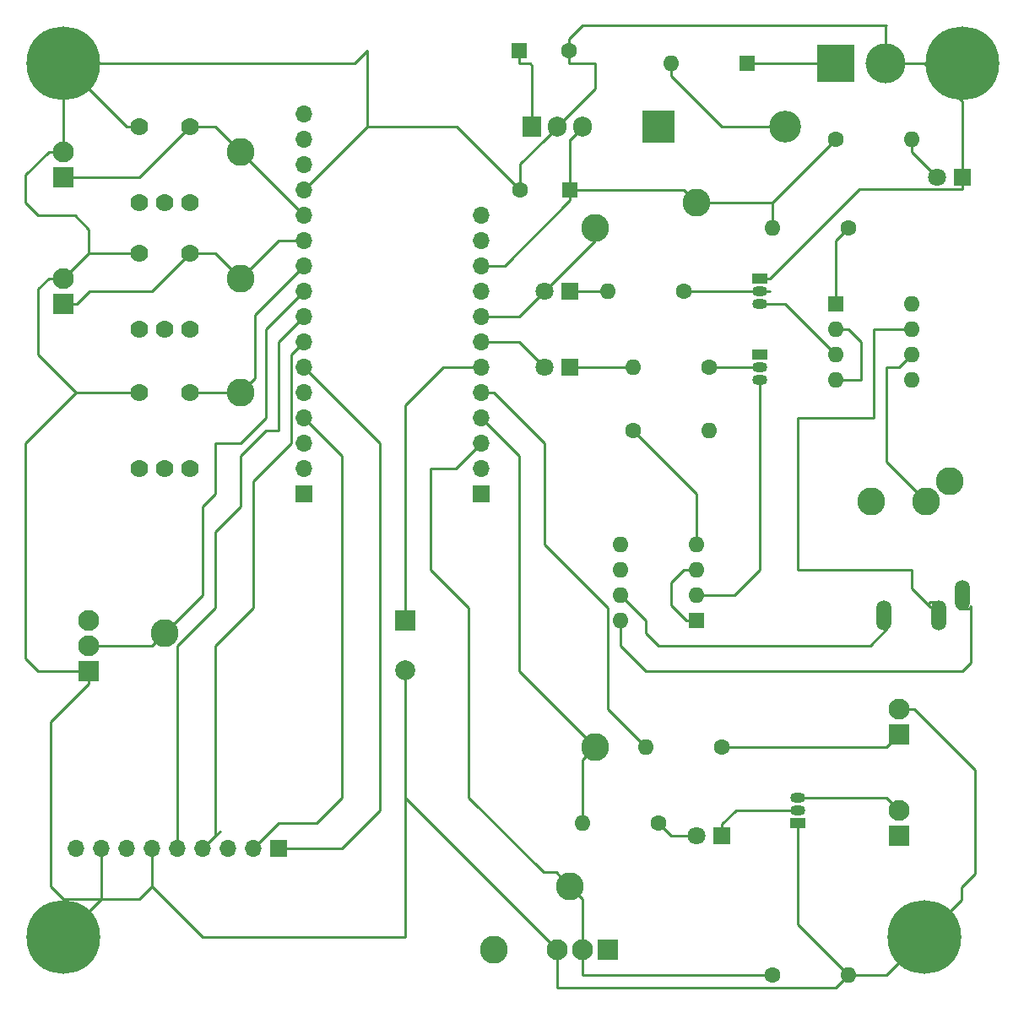
<source format=gbr>
G04 #@! TF.GenerationSoftware,KiCad,Pcbnew,(5.1.4)-1*
G04 #@! TF.CreationDate,2020-01-06T16:45:50-05:00*
G04 #@! TF.ProjectId,CameraTrigger,43616d65-7261-4547-9269-676765722e6b,rev?*
G04 #@! TF.SameCoordinates,Original*
G04 #@! TF.FileFunction,Copper,L1,Top*
G04 #@! TF.FilePolarity,Positive*
%FSLAX46Y46*%
G04 Gerber Fmt 4.6, Leading zero omitted, Abs format (unit mm)*
G04 Created by KiCad (PCBNEW (5.1.4)-1) date 2020-01-06 16:45:50*
%MOMM*%
%LPD*%
G04 APERTURE LIST*
%ADD10O,1.600000X1.600000*%
%ADD11R,1.600000X1.600000*%
%ADD12C,4.000000*%
%ADD13R,3.800000X3.800000*%
%ADD14O,1.905000X2.000000*%
%ADD15R,1.905000X2.000000*%
%ADD16C,2.800000*%
%ADD17C,1.778000*%
%ADD18C,1.600000*%
%ADD19R,1.500000X1.050000*%
%ADD20O,1.500000X1.050000*%
%ADD21O,1.508000X3.016000*%
%ADD22O,1.700000X1.700000*%
%ADD23R,1.700000X1.700000*%
%ADD24C,2.100000*%
%ADD25R,2.100000X2.100000*%
%ADD26C,7.400000*%
%ADD27C,1.800000*%
%ADD28R,1.800000X1.800000*%
%ADD29O,3.200000X3.200000*%
%ADD30R,3.200000X3.200000*%
%ADD31C,2.000000*%
%ADD32R,2.000000X2.000000*%
%ADD33C,0.250000*%
G04 APERTURE END LIST*
D10*
X78740000Y-17780000D03*
D11*
X86360000Y-17780000D03*
D12*
X100250000Y-17780000D03*
D13*
X95250000Y-17780000D03*
D10*
X102870000Y-41910000D03*
X95250000Y-49530000D03*
X102870000Y-44450000D03*
X95250000Y-46990000D03*
X102870000Y-46990000D03*
X95250000Y-44450000D03*
X102870000Y-49530000D03*
D11*
X95250000Y-41910000D03*
D10*
X73660000Y-73660000D03*
X81280000Y-66040000D03*
X73660000Y-71120000D03*
X81280000Y-68580000D03*
X73660000Y-68580000D03*
X81280000Y-71120000D03*
X73660000Y-66040000D03*
D11*
X81280000Y-73660000D03*
D14*
X69850000Y-24130000D03*
X67310000Y-24130000D03*
D15*
X64770000Y-24130000D03*
D16*
X68580000Y-100330000D03*
X27940000Y-74930000D03*
X35560000Y-50800000D03*
X35560000Y-39370000D03*
X35560000Y-26670000D03*
X71120000Y-34290000D03*
X71120000Y-86360000D03*
X60960000Y-106680000D03*
X81280000Y-31750000D03*
D17*
X25400000Y-44450000D03*
X27940000Y-44450000D03*
X30480000Y-44450000D03*
X30480000Y-36830000D03*
X25400000Y-36830000D03*
X25400000Y-58420000D03*
X27940000Y-58420000D03*
X30480000Y-58420000D03*
X30480000Y-50800000D03*
X25400000Y-50800000D03*
X25400000Y-31750000D03*
X27940000Y-31750000D03*
X30480000Y-31750000D03*
X30480000Y-24130000D03*
X25400000Y-24130000D03*
D10*
X96520000Y-109220000D03*
D18*
X88900000Y-109220000D03*
D10*
X82550000Y-54610000D03*
D18*
X74930000Y-54610000D03*
D10*
X88900000Y-34290000D03*
D18*
X96520000Y-34290000D03*
D10*
X72390000Y-40640000D03*
D18*
X80010000Y-40640000D03*
D10*
X102870000Y-25400000D03*
D18*
X95250000Y-25400000D03*
D10*
X76200000Y-86360000D03*
D18*
X83820000Y-86360000D03*
D10*
X74930000Y-48260000D03*
D18*
X82550000Y-48260000D03*
D10*
X69850000Y-93980000D03*
D18*
X77470000Y-93980000D03*
D19*
X87630000Y-46990000D03*
D20*
X87630000Y-49530000D03*
X87630000Y-48260000D03*
D19*
X87630000Y-39370000D03*
D20*
X87630000Y-41910000D03*
X87630000Y-40640000D03*
D19*
X91440000Y-93980000D03*
D20*
X91440000Y-91440000D03*
X91440000Y-92710000D03*
D21*
X100050000Y-73120000D03*
X105550000Y-73120000D03*
X107950000Y-71120000D03*
D22*
X19050000Y-96520000D03*
X21590000Y-96520000D03*
X24130000Y-96520000D03*
X26670000Y-96520000D03*
X29210000Y-96520000D03*
X31750000Y-96520000D03*
X34290000Y-96520000D03*
X36830000Y-96520000D03*
D23*
X39370000Y-96520000D03*
D22*
X59690000Y-33020000D03*
X59690000Y-35560000D03*
X59690000Y-38100000D03*
X59690000Y-40640000D03*
X59690000Y-43180000D03*
X59690000Y-45720000D03*
X59690000Y-48260000D03*
X59690000Y-50800000D03*
X59690000Y-53340000D03*
X59690000Y-55880000D03*
X59690000Y-58420000D03*
D23*
X59690000Y-60960000D03*
D22*
X41910000Y-22860000D03*
X41910000Y-25400000D03*
X41910000Y-27940000D03*
X41910000Y-30480000D03*
X41910000Y-33020000D03*
X41910000Y-35560000D03*
X41910000Y-38100000D03*
X41910000Y-40640000D03*
X41910000Y-43180000D03*
X41910000Y-45720000D03*
X41910000Y-48260000D03*
X41910000Y-50800000D03*
X41910000Y-53340000D03*
X41910000Y-55880000D03*
X41910000Y-58420000D03*
D23*
X41910000Y-60960000D03*
D24*
X17780000Y-39370000D03*
D25*
X17780000Y-41910000D03*
D24*
X17780000Y-26670000D03*
D25*
X17780000Y-29210000D03*
D24*
X67310000Y-106680000D03*
X69850000Y-106680000D03*
D25*
X72390000Y-106680000D03*
D24*
X101600000Y-92710000D03*
D25*
X101600000Y-95250000D03*
D24*
X20320000Y-73660000D03*
X20320000Y-76200000D03*
D25*
X20320000Y-78740000D03*
D24*
X101600000Y-82550000D03*
D25*
X101600000Y-85090000D03*
D16*
X98780000Y-61690000D03*
X104280000Y-61690000D03*
X106680000Y-59690000D03*
D26*
X17780000Y-105410000D03*
X17780000Y-17780000D03*
X107950000Y-17780000D03*
X104140000Y-105410000D03*
D27*
X66040000Y-48260000D03*
D28*
X68580000Y-48260000D03*
D27*
X105410000Y-29210000D03*
D28*
X107950000Y-29210000D03*
D29*
X90170000Y-24130000D03*
D30*
X77470000Y-24130000D03*
D27*
X66040000Y-40640000D03*
D28*
X68580000Y-40640000D03*
D27*
X81280000Y-95250000D03*
D28*
X83820000Y-95250000D03*
D18*
X63580000Y-30480000D03*
D11*
X68580000Y-30480000D03*
D18*
X68500000Y-16510000D03*
D11*
X63500000Y-16510000D03*
D31*
X52070000Y-78660000D03*
D32*
X52070000Y-73660000D03*
D33*
X100330000Y-109220000D02*
X104140000Y-105410000D01*
X96520000Y-109220000D02*
X100330000Y-109220000D01*
X67310000Y-106680000D02*
X67310000Y-110490000D01*
X95250000Y-110490000D02*
X96520000Y-109220000D01*
X67310000Y-110490000D02*
X95250000Y-110490000D01*
X91440000Y-104140000D02*
X96520000Y-109220000D01*
X91440000Y-93980000D02*
X91440000Y-104140000D01*
X107839999Y-101710001D02*
X107839999Y-100440001D01*
X104140000Y-105410000D02*
X107839999Y-101710001D01*
X107839999Y-100440001D02*
X109220000Y-99060000D01*
X103084924Y-82550000D02*
X101600000Y-82550000D01*
X109220000Y-88685076D02*
X103084924Y-82550000D01*
X109220000Y-99060000D02*
X109220000Y-88685076D01*
X107950000Y-21590000D02*
X105410000Y-19050000D01*
X107950000Y-29210000D02*
X107950000Y-21590000D01*
X104140000Y-17780000D02*
X105410000Y-19050000D01*
X107950000Y-30360000D02*
X107950000Y-29210000D01*
X107874999Y-30435001D02*
X107950000Y-30360000D01*
X97564999Y-30435001D02*
X107874999Y-30435001D01*
X88630000Y-39370000D02*
X97564999Y-30435001D01*
X87630000Y-39370000D02*
X88630000Y-39370000D01*
X67310000Y-24177500D02*
X67310000Y-24130000D01*
X66107500Y-25380000D02*
X67310000Y-24177500D01*
X66060000Y-25380000D02*
X66107500Y-25380000D01*
X63580000Y-27860000D02*
X66060000Y-25380000D01*
X63580000Y-30480000D02*
X63580000Y-27860000D01*
X17780000Y-26670000D02*
X17780000Y-17780000D01*
X24130000Y-24130000D02*
X25400000Y-24130000D01*
X17780000Y-17780000D02*
X24130000Y-24130000D01*
X21590000Y-101600000D02*
X17780000Y-105410000D01*
X21590000Y-96520000D02*
X21590000Y-101600000D01*
X21590000Y-101600000D02*
X17780000Y-101600000D01*
X17780000Y-101600000D02*
X16510000Y-100330000D01*
X20320000Y-80040000D02*
X20320000Y-78740000D01*
X16510000Y-83850000D02*
X20320000Y-80040000D01*
X16510000Y-100330000D02*
X16510000Y-83850000D01*
X20320000Y-36830000D02*
X17780000Y-39370000D01*
X25400000Y-36830000D02*
X20320000Y-36830000D01*
X16295076Y-26670000D02*
X17780000Y-26670000D01*
X20320000Y-36830000D02*
X20320000Y-34435002D01*
X20320000Y-34435002D02*
X18904998Y-33020000D01*
X18904998Y-33020000D02*
X15240000Y-33020000D01*
X15240000Y-33020000D02*
X13970000Y-31750000D01*
X13970000Y-31750000D02*
X13970000Y-28995076D01*
X13970000Y-28995076D02*
X16295076Y-26670000D01*
X20320000Y-78740000D02*
X15240000Y-78740000D01*
X15240000Y-78740000D02*
X13970000Y-77470000D01*
X13970000Y-77470000D02*
X13970000Y-55880000D01*
X19050000Y-50800000D02*
X25400000Y-50800000D01*
X13970000Y-55880000D02*
X19050000Y-50800000D01*
X16295076Y-39370000D02*
X15240000Y-40425076D01*
X17780000Y-39370000D02*
X16295076Y-39370000D01*
X15240000Y-40425076D02*
X15240000Y-45720000D01*
X15240000Y-45720000D02*
X15240000Y-46990000D01*
X15240000Y-46990000D02*
X19050000Y-50800000D01*
X52070000Y-91440000D02*
X52070000Y-78660000D01*
X67310000Y-106680000D02*
X52070000Y-91440000D01*
X26670000Y-100330000D02*
X26670000Y-96520000D01*
X31750000Y-105410000D02*
X26670000Y-100330000D01*
X52070000Y-91440000D02*
X52070000Y-105410000D01*
X52070000Y-105410000D02*
X31750000Y-105410000D01*
X25400000Y-101600000D02*
X26670000Y-100330000D01*
X21590000Y-101600000D02*
X25400000Y-101600000D01*
X63580000Y-30480000D02*
X57230000Y-24130000D01*
X57230000Y-24130000D02*
X48260000Y-24130000D01*
X48260000Y-24130000D02*
X41910000Y-30480000D01*
X48260000Y-24130000D02*
X48260000Y-16510000D01*
X46990000Y-17780000D02*
X17780000Y-17780000D01*
X48260000Y-16510000D02*
X46990000Y-17780000D01*
X100250000Y-14050000D02*
X100250000Y-17780000D01*
X100330000Y-13970000D02*
X100250000Y-14050000D01*
X71120000Y-20320000D02*
X71120000Y-17780000D01*
X71120000Y-17780000D02*
X68500000Y-17780000D01*
X68500000Y-17780000D02*
X68500000Y-15320000D01*
X68500000Y-15320000D02*
X69850000Y-13970000D01*
X67310000Y-24130000D02*
X71120000Y-20320000D01*
X69850000Y-13970000D02*
X100330000Y-13970000D01*
X100250000Y-17780000D02*
X107950000Y-17780000D01*
X59690000Y-48260000D02*
X55880000Y-48260000D01*
X52070000Y-52070000D02*
X52070000Y-73660000D01*
X55880000Y-48260000D02*
X52070000Y-52070000D01*
X64550000Y-17780000D02*
X63500000Y-17780000D01*
X64770000Y-18000000D02*
X64550000Y-17780000D01*
X64770000Y-24130000D02*
X64770000Y-18000000D01*
X63500000Y-16510000D02*
X63500000Y-17780000D01*
X88900000Y-31750000D02*
X95250000Y-25400000D01*
X88900000Y-34290000D02*
X88900000Y-31750000D01*
X88900000Y-31750000D02*
X81280000Y-31750000D01*
X68580000Y-31530000D02*
X68580000Y-30480000D01*
X62010000Y-38100000D02*
X68580000Y-31530000D01*
X59690000Y-38100000D02*
X62010000Y-38100000D01*
X80010000Y-30480000D02*
X81280000Y-31750000D01*
X68580000Y-30480000D02*
X80010000Y-30480000D01*
X69850000Y-24177500D02*
X69850000Y-24130000D01*
X68647500Y-25380000D02*
X69850000Y-24177500D01*
X68600000Y-25380000D02*
X68647500Y-25380000D01*
X68580000Y-25400000D02*
X68600000Y-25380000D01*
X68580000Y-30480000D02*
X68580000Y-25400000D01*
X78740000Y-95250000D02*
X77470000Y-93980000D01*
X81280000Y-95250000D02*
X78740000Y-95250000D01*
X83820000Y-94100000D02*
X83820000Y-95250000D01*
X85210000Y-92710000D02*
X83820000Y-94100000D01*
X91440000Y-92710000D02*
X85210000Y-92710000D01*
X63500000Y-43180000D02*
X66040000Y-40640000D01*
X59690000Y-43180000D02*
X63500000Y-43180000D01*
X71120000Y-35560000D02*
X71120000Y-34290000D01*
X66040000Y-40640000D02*
X71120000Y-35560000D01*
X68580000Y-40640000D02*
X72390000Y-40640000D01*
X90170000Y-24130000D02*
X83820000Y-24130000D01*
X78740000Y-19050000D02*
X78740000Y-17780000D01*
X83820000Y-24130000D02*
X78740000Y-19050000D01*
X102870000Y-26670000D02*
X105410000Y-29210000D01*
X102870000Y-25400000D02*
X102870000Y-26670000D01*
X63500000Y-45720000D02*
X66040000Y-48260000D01*
X59690000Y-45720000D02*
X63500000Y-45720000D01*
X68580000Y-48260000D02*
X74930000Y-48260000D01*
X86360000Y-17780000D02*
X95250000Y-17780000D01*
X104280000Y-61690000D02*
X100330000Y-57740000D01*
X100330000Y-57740000D02*
X100330000Y-48260000D01*
X101600000Y-48260000D02*
X102870000Y-46990000D01*
X100330000Y-48260000D02*
X101600000Y-48260000D01*
X100330000Y-86360000D02*
X101600000Y-85090000D01*
X83820000Y-86360000D02*
X100330000Y-86360000D01*
X26670000Y-76200000D02*
X27940000Y-74930000D01*
X20320000Y-76200000D02*
X26670000Y-76200000D01*
X41910000Y-40640000D02*
X38100000Y-44450000D01*
X38100000Y-44450000D02*
X38100000Y-53340000D01*
X38100000Y-53340000D02*
X35560000Y-55880000D01*
X35560000Y-55880000D02*
X33020000Y-55880000D01*
X33020000Y-55880000D02*
X33020000Y-60960000D01*
X33020000Y-60960000D02*
X31750000Y-62230000D01*
X31750000Y-71120000D02*
X27940000Y-74930000D01*
X31750000Y-62230000D02*
X31750000Y-71120000D01*
X100330000Y-91440000D02*
X101600000Y-92710000D01*
X91440000Y-91440000D02*
X100330000Y-91440000D01*
X69850000Y-101600000D02*
X68580000Y-100330000D01*
X69850000Y-106680000D02*
X69850000Y-101600000D01*
X69850000Y-106680000D02*
X69850000Y-109220000D01*
X69850000Y-109220000D02*
X88900000Y-109220000D01*
X67180001Y-98930001D02*
X65910001Y-98930001D01*
X68580000Y-100330000D02*
X67180001Y-98930001D01*
X65910001Y-98930001D02*
X58420000Y-91440000D01*
X58420000Y-91440000D02*
X58420000Y-72390000D01*
X58420000Y-72390000D02*
X54610000Y-68580000D01*
X54610000Y-68580000D02*
X54610000Y-58420000D01*
X57150000Y-58420000D02*
X59690000Y-55880000D01*
X54610000Y-58420000D02*
X57150000Y-58420000D01*
X25400000Y-29210000D02*
X30480000Y-24130000D01*
X17780000Y-29210000D02*
X25400000Y-29210000D01*
X33020000Y-24130000D02*
X41910000Y-33020000D01*
X30480000Y-24130000D02*
X33020000Y-24130000D01*
X33020000Y-36830000D02*
X35560000Y-39370000D01*
X30480000Y-36830000D02*
X33020000Y-36830000D01*
X39370000Y-35560000D02*
X41910000Y-35560000D01*
X35560000Y-39370000D02*
X39370000Y-35560000D01*
X19080000Y-41910000D02*
X20350000Y-40640000D01*
X17780000Y-41910000D02*
X19080000Y-41910000D01*
X26670000Y-40640000D02*
X30480000Y-36830000D01*
X20350000Y-40640000D02*
X26670000Y-40640000D01*
X30480000Y-50800000D02*
X35560000Y-50800000D01*
X41060001Y-38949999D02*
X41910000Y-38100000D01*
X36959999Y-43050001D02*
X41060001Y-38949999D01*
X36959999Y-49400001D02*
X36959999Y-43050001D01*
X35560000Y-50800000D02*
X36959999Y-49400001D01*
X39370000Y-45720000D02*
X41910000Y-43180000D01*
X39370000Y-54610000D02*
X39370000Y-45720000D01*
X38100000Y-54610000D02*
X39370000Y-54610000D01*
X29210000Y-76200000D02*
X33020000Y-72390000D01*
X29210000Y-96520000D02*
X29210000Y-76200000D01*
X33020000Y-72390000D02*
X33020000Y-64770000D01*
X33020000Y-64770000D02*
X35560000Y-62230000D01*
X35560000Y-62230000D02*
X35560000Y-57150000D01*
X35560000Y-57150000D02*
X38100000Y-54610000D01*
X41910000Y-45720000D02*
X40640000Y-46990000D01*
X40640000Y-46990000D02*
X40640000Y-55880000D01*
X40640000Y-55880000D02*
X36830000Y-59690000D01*
X36830000Y-59690000D02*
X36830000Y-64770000D01*
X32599999Y-95670001D02*
X31750000Y-96520000D01*
X33020000Y-95250000D02*
X33020000Y-76200000D01*
X33020000Y-95250000D02*
X32599999Y-95670001D01*
X33470010Y-94799990D02*
X33020000Y-95250000D01*
X33020000Y-76200000D02*
X34290000Y-74930000D01*
X34290000Y-74930000D02*
X36830000Y-72390000D01*
X36830000Y-72390000D02*
X36830000Y-64770000D01*
X39370000Y-96520000D02*
X45720000Y-96520000D01*
X45720000Y-96520000D02*
X49530000Y-92710000D01*
X49530000Y-55880000D02*
X41910000Y-48260000D01*
X49530000Y-92710000D02*
X49530000Y-55880000D01*
X39370000Y-93980000D02*
X43180000Y-93980000D01*
X36830000Y-96520000D02*
X39370000Y-93980000D01*
X43180000Y-93980000D02*
X45720000Y-91440000D01*
X45720000Y-57150000D02*
X41910000Y-53340000D01*
X45720000Y-91440000D02*
X45720000Y-57150000D01*
X59690000Y-50800000D02*
X60960000Y-50800000D01*
X60960000Y-50800000D02*
X66040000Y-55880000D01*
X66040000Y-55880000D02*
X66040000Y-66040000D01*
X66040000Y-66040000D02*
X72390000Y-72390000D01*
X72390000Y-82550000D02*
X76200000Y-86360000D01*
X72390000Y-72390000D02*
X72390000Y-82550000D01*
X69850000Y-87630000D02*
X71120000Y-86360000D01*
X69850000Y-93980000D02*
X69850000Y-87630000D01*
X63500000Y-78740000D02*
X71120000Y-86360000D01*
X59690000Y-53340000D02*
X63500000Y-57150000D01*
X63500000Y-57150000D02*
X63500000Y-78740000D01*
X73660000Y-71120000D02*
X76200000Y-73660000D01*
X76200000Y-73660000D02*
X76200000Y-74930000D01*
X76200000Y-74930000D02*
X77470000Y-76200000D01*
X98660416Y-76200000D02*
X100415356Y-74445060D01*
X77470000Y-76200000D02*
X98660416Y-76200000D01*
X102870000Y-44450000D02*
X99060000Y-44450000D01*
X99060000Y-44450000D02*
X99060000Y-53340000D01*
X99060000Y-53340000D02*
X91440000Y-53340000D01*
X91440000Y-53340000D02*
X91440000Y-68580000D01*
X91440000Y-68580000D02*
X102870000Y-68580000D01*
X102870000Y-68580000D02*
X102870000Y-70440000D01*
X104915356Y-71794940D02*
X105915356Y-71794940D01*
X104735060Y-71794940D02*
X104915356Y-71794940D01*
X104480000Y-72050000D02*
X104735060Y-71794940D01*
X104480000Y-72050000D02*
X104724940Y-72294940D01*
X102870000Y-70440000D02*
X104480000Y-72050000D01*
X73660000Y-73660000D02*
X73660000Y-76200000D01*
X73660000Y-76200000D02*
X76200000Y-78740000D01*
X108584644Y-72445060D02*
X107584644Y-72445060D01*
X76200000Y-78740000D02*
X107950000Y-78740000D01*
X107950000Y-78740000D02*
X108775060Y-77914940D01*
X108775060Y-77914940D02*
X108775060Y-72254644D01*
X108775060Y-72254644D02*
X108584644Y-72445060D01*
X90170000Y-41910000D02*
X95250000Y-46990000D01*
X87630000Y-41910000D02*
X90170000Y-41910000D01*
X80010000Y-40640000D02*
X87630000Y-40640000D01*
X87630000Y-40640000D02*
X88630000Y-40640000D01*
X87630000Y-49530000D02*
X87630000Y-68580000D01*
X85090000Y-71120000D02*
X81280000Y-71120000D01*
X87630000Y-68580000D02*
X85090000Y-71120000D01*
X82550000Y-48260000D02*
X87630000Y-48260000D01*
X95250000Y-35560000D02*
X96520000Y-34290000D01*
X95250000Y-41910000D02*
X95250000Y-35560000D01*
X81280000Y-60960000D02*
X74930000Y-54610000D01*
X81280000Y-66040000D02*
X81280000Y-60960000D01*
X81280000Y-68580000D02*
X80010000Y-68580000D01*
X80010000Y-68580000D02*
X78740000Y-69850000D01*
X80230000Y-73660000D02*
X81280000Y-73660000D01*
X78740000Y-72170000D02*
X80230000Y-73660000D01*
X78740000Y-69850000D02*
X78740000Y-72170000D01*
X95250000Y-44450000D02*
X96520000Y-44450000D01*
X96520000Y-44450000D02*
X97790000Y-45720000D01*
X97790000Y-45720000D02*
X97790000Y-49530000D01*
X97790000Y-49530000D02*
X95250000Y-49530000D01*
M02*

</source>
